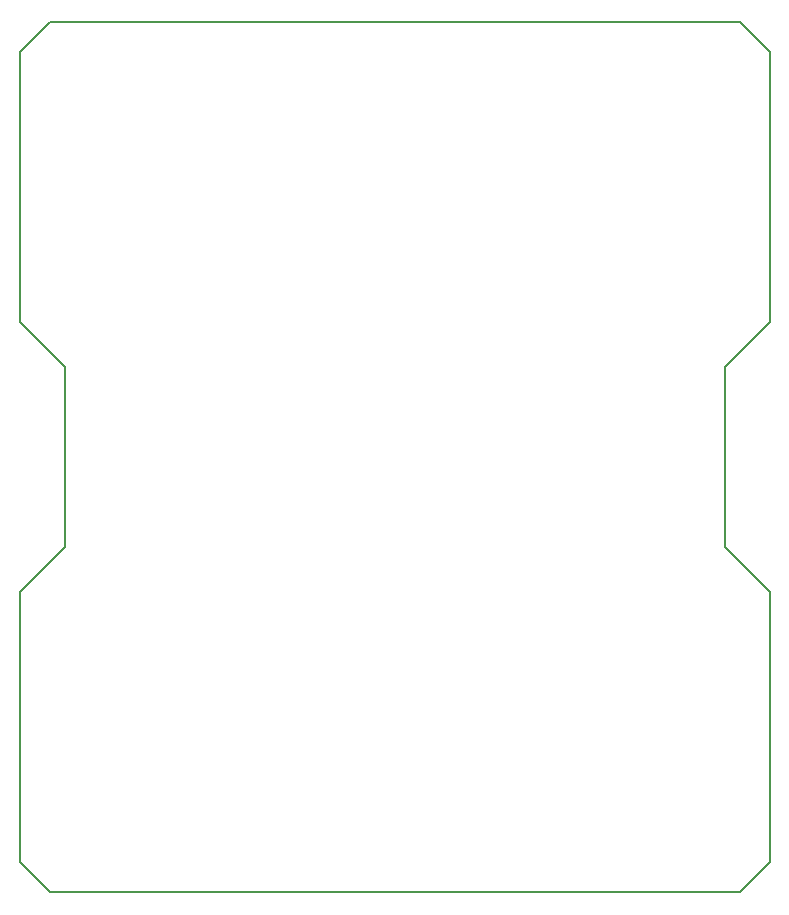
<source format=gko>
G04 #@! TF.FileFunction,Profile,NP*
%FSLAX46Y46*%
G04 Gerber Fmt 4.6, Leading zero omitted, Abs format (unit mm)*
G04 Created by KiCad (PCBNEW 4.0.0-rc2-stable) date Sun 15 Nov 2015 10:20:30 AEDT*
%MOMM*%
G01*
G04 APERTURE LIST*
%ADD10C,0.100000*%
%ADD11C,0.150000*%
G04 APERTURE END LIST*
D10*
D11*
X187960000Y-118110000D02*
X187960000Y-123190000D01*
X184150000Y-114300000D02*
X187960000Y-118110000D01*
X184150000Y-99060000D02*
X184150000Y-114300000D01*
X185420000Y-97790000D02*
X184150000Y-99060000D01*
X124460000Y-118110000D02*
X124460000Y-123190000D01*
X128270000Y-114300000D02*
X124460000Y-118110000D01*
X128270000Y-99060000D02*
X128270000Y-114300000D01*
X127000000Y-97790000D02*
X128270000Y-99060000D01*
X187960000Y-95250000D02*
X187960000Y-90170000D01*
X185420000Y-97790000D02*
X187960000Y-95250000D01*
X124460000Y-95250000D02*
X124460000Y-90170000D01*
X127000000Y-97790000D02*
X124460000Y-95250000D01*
X187960000Y-72390000D02*
X187960000Y-90170000D01*
X187960000Y-140970000D02*
X187960000Y-123190000D01*
X124460000Y-140970000D02*
X124460000Y-123190000D01*
X124460000Y-72390000D02*
X124460000Y-90170000D01*
X127000000Y-69850000D02*
X124460000Y-72390000D01*
X185420000Y-69850000D02*
X127000000Y-69850000D01*
X187960000Y-72390000D02*
X185420000Y-69850000D01*
X185420000Y-143510000D02*
X187960000Y-140970000D01*
X127000000Y-143510000D02*
X185420000Y-143510000D01*
X124460000Y-140970000D02*
X127000000Y-143510000D01*
M02*

</source>
